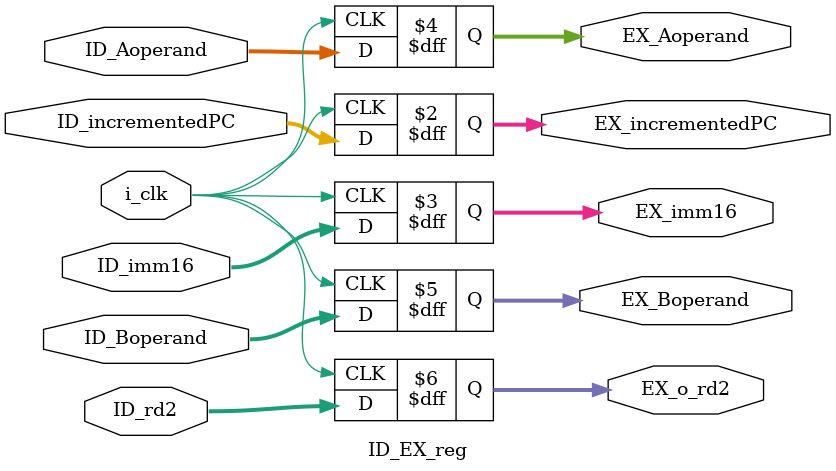
<source format=v>
module ID_EX_reg (i_clk,	
		ID_incrementedPC,
		ID_imm16,
		ID_Aoperand,
		ID_Boperand,
		ID_rd2,
		
		EX_incrementedPC,
		EX_imm16,
		EX_Aoperand,
		EX_Boperand,
		EX_o_rd2,
		);
input i_clk;
input   [4:0]   ID_rd2;
input	[31:0]	ID_incrementedPC;
input	[25:0]	ID_imm16;
input	[31:0]	ID_Aoperand;
input	[31:0]	ID_Boperand;

output reg [31:0] EX_incrementedPC;
output reg [25:0] EX_imm16;
output reg [31:0] EX_Aoperand;
output reg [31:0] EX_Boperand;
output reg [4:0]  EX_o_rd2;

always @(posedge i_clk) begin
	EX_incrementedPC <= ID_incrementedPC;
	EX_imm16 <= ID_imm16;
	EX_Aoperand <= ID_Aoperand;
	EX_Boperand <= ID_Boperand;
	EX_o_rd2 <= ID_rd2;
	
end

endmodule

</source>
